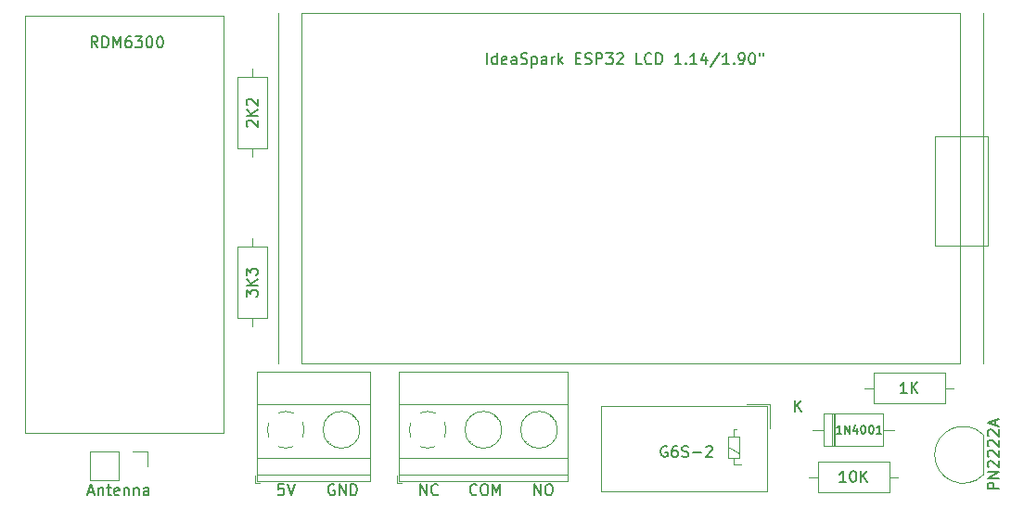
<source format=gbr>
%TF.GenerationSoftware,KiCad,Pcbnew,7.0.11+dfsg-1build4*%
%TF.CreationDate,2025-02-10T19:25:52-07:00*%
%TF.ProjectId,rfid-v2,72666964-2d76-4322-9e6b-696361645f70,rev?*%
%TF.SameCoordinates,Original*%
%TF.FileFunction,Legend,Top*%
%TF.FilePolarity,Positive*%
%FSLAX46Y46*%
G04 Gerber Fmt 4.6, Leading zero omitted, Abs format (unit mm)*
G04 Created by KiCad (PCBNEW 7.0.11+dfsg-1build4) date 2025-02-10 19:25:52*
%MOMM*%
%LPD*%
G01*
G04 APERTURE LIST*
%ADD10C,0.150000*%
%ADD11C,0.120000*%
%ADD12C,0.050000*%
%ADD13C,0.100000*%
G04 APERTURE END LIST*
D10*
X106461160Y-94326104D02*
X106937350Y-94326104D01*
X106365922Y-94611819D02*
X106699255Y-93611819D01*
X106699255Y-93611819D02*
X107032588Y-94611819D01*
X107365922Y-93945152D02*
X107365922Y-94611819D01*
X107365922Y-94040390D02*
X107413541Y-93992771D01*
X107413541Y-93992771D02*
X107508779Y-93945152D01*
X107508779Y-93945152D02*
X107651636Y-93945152D01*
X107651636Y-93945152D02*
X107746874Y-93992771D01*
X107746874Y-93992771D02*
X107794493Y-94088009D01*
X107794493Y-94088009D02*
X107794493Y-94611819D01*
X108127827Y-93945152D02*
X108508779Y-93945152D01*
X108270684Y-93611819D02*
X108270684Y-94468961D01*
X108270684Y-94468961D02*
X108318303Y-94564200D01*
X108318303Y-94564200D02*
X108413541Y-94611819D01*
X108413541Y-94611819D02*
X108508779Y-94611819D01*
X109223065Y-94564200D02*
X109127827Y-94611819D01*
X109127827Y-94611819D02*
X108937351Y-94611819D01*
X108937351Y-94611819D02*
X108842113Y-94564200D01*
X108842113Y-94564200D02*
X108794494Y-94468961D01*
X108794494Y-94468961D02*
X108794494Y-94088009D01*
X108794494Y-94088009D02*
X108842113Y-93992771D01*
X108842113Y-93992771D02*
X108937351Y-93945152D01*
X108937351Y-93945152D02*
X109127827Y-93945152D01*
X109127827Y-93945152D02*
X109223065Y-93992771D01*
X109223065Y-93992771D02*
X109270684Y-94088009D01*
X109270684Y-94088009D02*
X109270684Y-94183247D01*
X109270684Y-94183247D02*
X108794494Y-94278485D01*
X109699256Y-93945152D02*
X109699256Y-94611819D01*
X109699256Y-94040390D02*
X109746875Y-93992771D01*
X109746875Y-93992771D02*
X109842113Y-93945152D01*
X109842113Y-93945152D02*
X109984970Y-93945152D01*
X109984970Y-93945152D02*
X110080208Y-93992771D01*
X110080208Y-93992771D02*
X110127827Y-94088009D01*
X110127827Y-94088009D02*
X110127827Y-94611819D01*
X110604018Y-93945152D02*
X110604018Y-94611819D01*
X110604018Y-94040390D02*
X110651637Y-93992771D01*
X110651637Y-93992771D02*
X110746875Y-93945152D01*
X110746875Y-93945152D02*
X110889732Y-93945152D01*
X110889732Y-93945152D02*
X110984970Y-93992771D01*
X110984970Y-93992771D02*
X111032589Y-94088009D01*
X111032589Y-94088009D02*
X111032589Y-94611819D01*
X111937351Y-94611819D02*
X111937351Y-94088009D01*
X111937351Y-94088009D02*
X111889732Y-93992771D01*
X111889732Y-93992771D02*
X111794494Y-93945152D01*
X111794494Y-93945152D02*
X111604018Y-93945152D01*
X111604018Y-93945152D02*
X111508780Y-93992771D01*
X111937351Y-94564200D02*
X111842113Y-94611819D01*
X111842113Y-94611819D02*
X111604018Y-94611819D01*
X111604018Y-94611819D02*
X111508780Y-94564200D01*
X111508780Y-94564200D02*
X111461161Y-94468961D01*
X111461161Y-94468961D02*
X111461161Y-94373723D01*
X111461161Y-94373723D02*
X111508780Y-94278485D01*
X111508780Y-94278485D02*
X111604018Y-94230866D01*
X111604018Y-94230866D02*
X111842113Y-94230866D01*
X111842113Y-94230866D02*
X111937351Y-94183247D01*
X147148779Y-94611819D02*
X147148779Y-93611819D01*
X147148779Y-93611819D02*
X147720207Y-94611819D01*
X147720207Y-94611819D02*
X147720207Y-93611819D01*
X148386874Y-93611819D02*
X148577350Y-93611819D01*
X148577350Y-93611819D02*
X148672588Y-93659438D01*
X148672588Y-93659438D02*
X148767826Y-93754676D01*
X148767826Y-93754676D02*
X148815445Y-93945152D01*
X148815445Y-93945152D02*
X148815445Y-94278485D01*
X148815445Y-94278485D02*
X148767826Y-94468961D01*
X148767826Y-94468961D02*
X148672588Y-94564200D01*
X148672588Y-94564200D02*
X148577350Y-94611819D01*
X148577350Y-94611819D02*
X148386874Y-94611819D01*
X148386874Y-94611819D02*
X148291636Y-94564200D01*
X148291636Y-94564200D02*
X148196398Y-94468961D01*
X148196398Y-94468961D02*
X148148779Y-94278485D01*
X148148779Y-94278485D02*
X148148779Y-93945152D01*
X148148779Y-93945152D02*
X148196398Y-93754676D01*
X148196398Y-93754676D02*
X148291636Y-93659438D01*
X148291636Y-93659438D02*
X148386874Y-93611819D01*
X141878207Y-94516580D02*
X141830588Y-94564200D01*
X141830588Y-94564200D02*
X141687731Y-94611819D01*
X141687731Y-94611819D02*
X141592493Y-94611819D01*
X141592493Y-94611819D02*
X141449636Y-94564200D01*
X141449636Y-94564200D02*
X141354398Y-94468961D01*
X141354398Y-94468961D02*
X141306779Y-94373723D01*
X141306779Y-94373723D02*
X141259160Y-94183247D01*
X141259160Y-94183247D02*
X141259160Y-94040390D01*
X141259160Y-94040390D02*
X141306779Y-93849914D01*
X141306779Y-93849914D02*
X141354398Y-93754676D01*
X141354398Y-93754676D02*
X141449636Y-93659438D01*
X141449636Y-93659438D02*
X141592493Y-93611819D01*
X141592493Y-93611819D02*
X141687731Y-93611819D01*
X141687731Y-93611819D02*
X141830588Y-93659438D01*
X141830588Y-93659438D02*
X141878207Y-93707057D01*
X142497255Y-93611819D02*
X142687731Y-93611819D01*
X142687731Y-93611819D02*
X142782969Y-93659438D01*
X142782969Y-93659438D02*
X142878207Y-93754676D01*
X142878207Y-93754676D02*
X142925826Y-93945152D01*
X142925826Y-93945152D02*
X142925826Y-94278485D01*
X142925826Y-94278485D02*
X142878207Y-94468961D01*
X142878207Y-94468961D02*
X142782969Y-94564200D01*
X142782969Y-94564200D02*
X142687731Y-94611819D01*
X142687731Y-94611819D02*
X142497255Y-94611819D01*
X142497255Y-94611819D02*
X142402017Y-94564200D01*
X142402017Y-94564200D02*
X142306779Y-94468961D01*
X142306779Y-94468961D02*
X142259160Y-94278485D01*
X142259160Y-94278485D02*
X142259160Y-93945152D01*
X142259160Y-93945152D02*
X142306779Y-93754676D01*
X142306779Y-93754676D02*
X142402017Y-93659438D01*
X142402017Y-93659438D02*
X142497255Y-93611819D01*
X143354398Y-94611819D02*
X143354398Y-93611819D01*
X143354398Y-93611819D02*
X143687731Y-94326104D01*
X143687731Y-94326104D02*
X144021064Y-93611819D01*
X144021064Y-93611819D02*
X144021064Y-94611819D01*
X136734779Y-94611819D02*
X136734779Y-93611819D01*
X136734779Y-93611819D02*
X137306207Y-94611819D01*
X137306207Y-94611819D02*
X137306207Y-93611819D01*
X138353826Y-94516580D02*
X138306207Y-94564200D01*
X138306207Y-94564200D02*
X138163350Y-94611819D01*
X138163350Y-94611819D02*
X138068112Y-94611819D01*
X138068112Y-94611819D02*
X137925255Y-94564200D01*
X137925255Y-94564200D02*
X137830017Y-94468961D01*
X137830017Y-94468961D02*
X137782398Y-94373723D01*
X137782398Y-94373723D02*
X137734779Y-94183247D01*
X137734779Y-94183247D02*
X137734779Y-94040390D01*
X137734779Y-94040390D02*
X137782398Y-93849914D01*
X137782398Y-93849914D02*
X137830017Y-93754676D01*
X137830017Y-93754676D02*
X137925255Y-93659438D01*
X137925255Y-93659438D02*
X138068112Y-93611819D01*
X138068112Y-93611819D02*
X138163350Y-93611819D01*
X138163350Y-93611819D02*
X138306207Y-93659438D01*
X138306207Y-93659438D02*
X138353826Y-93707057D01*
X142830779Y-55241819D02*
X142830779Y-54241819D01*
X143735540Y-55241819D02*
X143735540Y-54241819D01*
X143735540Y-55194200D02*
X143640302Y-55241819D01*
X143640302Y-55241819D02*
X143449826Y-55241819D01*
X143449826Y-55241819D02*
X143354588Y-55194200D01*
X143354588Y-55194200D02*
X143306969Y-55146580D01*
X143306969Y-55146580D02*
X143259350Y-55051342D01*
X143259350Y-55051342D02*
X143259350Y-54765628D01*
X143259350Y-54765628D02*
X143306969Y-54670390D01*
X143306969Y-54670390D02*
X143354588Y-54622771D01*
X143354588Y-54622771D02*
X143449826Y-54575152D01*
X143449826Y-54575152D02*
X143640302Y-54575152D01*
X143640302Y-54575152D02*
X143735540Y-54622771D01*
X144592683Y-55194200D02*
X144497445Y-55241819D01*
X144497445Y-55241819D02*
X144306969Y-55241819D01*
X144306969Y-55241819D02*
X144211731Y-55194200D01*
X144211731Y-55194200D02*
X144164112Y-55098961D01*
X144164112Y-55098961D02*
X144164112Y-54718009D01*
X144164112Y-54718009D02*
X144211731Y-54622771D01*
X144211731Y-54622771D02*
X144306969Y-54575152D01*
X144306969Y-54575152D02*
X144497445Y-54575152D01*
X144497445Y-54575152D02*
X144592683Y-54622771D01*
X144592683Y-54622771D02*
X144640302Y-54718009D01*
X144640302Y-54718009D02*
X144640302Y-54813247D01*
X144640302Y-54813247D02*
X144164112Y-54908485D01*
X145497445Y-55241819D02*
X145497445Y-54718009D01*
X145497445Y-54718009D02*
X145449826Y-54622771D01*
X145449826Y-54622771D02*
X145354588Y-54575152D01*
X145354588Y-54575152D02*
X145164112Y-54575152D01*
X145164112Y-54575152D02*
X145068874Y-54622771D01*
X145497445Y-55194200D02*
X145402207Y-55241819D01*
X145402207Y-55241819D02*
X145164112Y-55241819D01*
X145164112Y-55241819D02*
X145068874Y-55194200D01*
X145068874Y-55194200D02*
X145021255Y-55098961D01*
X145021255Y-55098961D02*
X145021255Y-55003723D01*
X145021255Y-55003723D02*
X145068874Y-54908485D01*
X145068874Y-54908485D02*
X145164112Y-54860866D01*
X145164112Y-54860866D02*
X145402207Y-54860866D01*
X145402207Y-54860866D02*
X145497445Y-54813247D01*
X145926017Y-55194200D02*
X146068874Y-55241819D01*
X146068874Y-55241819D02*
X146306969Y-55241819D01*
X146306969Y-55241819D02*
X146402207Y-55194200D01*
X146402207Y-55194200D02*
X146449826Y-55146580D01*
X146449826Y-55146580D02*
X146497445Y-55051342D01*
X146497445Y-55051342D02*
X146497445Y-54956104D01*
X146497445Y-54956104D02*
X146449826Y-54860866D01*
X146449826Y-54860866D02*
X146402207Y-54813247D01*
X146402207Y-54813247D02*
X146306969Y-54765628D01*
X146306969Y-54765628D02*
X146116493Y-54718009D01*
X146116493Y-54718009D02*
X146021255Y-54670390D01*
X146021255Y-54670390D02*
X145973636Y-54622771D01*
X145973636Y-54622771D02*
X145926017Y-54527533D01*
X145926017Y-54527533D02*
X145926017Y-54432295D01*
X145926017Y-54432295D02*
X145973636Y-54337057D01*
X145973636Y-54337057D02*
X146021255Y-54289438D01*
X146021255Y-54289438D02*
X146116493Y-54241819D01*
X146116493Y-54241819D02*
X146354588Y-54241819D01*
X146354588Y-54241819D02*
X146497445Y-54289438D01*
X146926017Y-54575152D02*
X146926017Y-55575152D01*
X146926017Y-54622771D02*
X147021255Y-54575152D01*
X147021255Y-54575152D02*
X147211731Y-54575152D01*
X147211731Y-54575152D02*
X147306969Y-54622771D01*
X147306969Y-54622771D02*
X147354588Y-54670390D01*
X147354588Y-54670390D02*
X147402207Y-54765628D01*
X147402207Y-54765628D02*
X147402207Y-55051342D01*
X147402207Y-55051342D02*
X147354588Y-55146580D01*
X147354588Y-55146580D02*
X147306969Y-55194200D01*
X147306969Y-55194200D02*
X147211731Y-55241819D01*
X147211731Y-55241819D02*
X147021255Y-55241819D01*
X147021255Y-55241819D02*
X146926017Y-55194200D01*
X148259350Y-55241819D02*
X148259350Y-54718009D01*
X148259350Y-54718009D02*
X148211731Y-54622771D01*
X148211731Y-54622771D02*
X148116493Y-54575152D01*
X148116493Y-54575152D02*
X147926017Y-54575152D01*
X147926017Y-54575152D02*
X147830779Y-54622771D01*
X148259350Y-55194200D02*
X148164112Y-55241819D01*
X148164112Y-55241819D02*
X147926017Y-55241819D01*
X147926017Y-55241819D02*
X147830779Y-55194200D01*
X147830779Y-55194200D02*
X147783160Y-55098961D01*
X147783160Y-55098961D02*
X147783160Y-55003723D01*
X147783160Y-55003723D02*
X147830779Y-54908485D01*
X147830779Y-54908485D02*
X147926017Y-54860866D01*
X147926017Y-54860866D02*
X148164112Y-54860866D01*
X148164112Y-54860866D02*
X148259350Y-54813247D01*
X148735541Y-55241819D02*
X148735541Y-54575152D01*
X148735541Y-54765628D02*
X148783160Y-54670390D01*
X148783160Y-54670390D02*
X148830779Y-54622771D01*
X148830779Y-54622771D02*
X148926017Y-54575152D01*
X148926017Y-54575152D02*
X149021255Y-54575152D01*
X149354589Y-55241819D02*
X149354589Y-54241819D01*
X149449827Y-54860866D02*
X149735541Y-55241819D01*
X149735541Y-54575152D02*
X149354589Y-54956104D01*
X150926018Y-54718009D02*
X151259351Y-54718009D01*
X151402208Y-55241819D02*
X150926018Y-55241819D01*
X150926018Y-55241819D02*
X150926018Y-54241819D01*
X150926018Y-54241819D02*
X151402208Y-54241819D01*
X151783161Y-55194200D02*
X151926018Y-55241819D01*
X151926018Y-55241819D02*
X152164113Y-55241819D01*
X152164113Y-55241819D02*
X152259351Y-55194200D01*
X152259351Y-55194200D02*
X152306970Y-55146580D01*
X152306970Y-55146580D02*
X152354589Y-55051342D01*
X152354589Y-55051342D02*
X152354589Y-54956104D01*
X152354589Y-54956104D02*
X152306970Y-54860866D01*
X152306970Y-54860866D02*
X152259351Y-54813247D01*
X152259351Y-54813247D02*
X152164113Y-54765628D01*
X152164113Y-54765628D02*
X151973637Y-54718009D01*
X151973637Y-54718009D02*
X151878399Y-54670390D01*
X151878399Y-54670390D02*
X151830780Y-54622771D01*
X151830780Y-54622771D02*
X151783161Y-54527533D01*
X151783161Y-54527533D02*
X151783161Y-54432295D01*
X151783161Y-54432295D02*
X151830780Y-54337057D01*
X151830780Y-54337057D02*
X151878399Y-54289438D01*
X151878399Y-54289438D02*
X151973637Y-54241819D01*
X151973637Y-54241819D02*
X152211732Y-54241819D01*
X152211732Y-54241819D02*
X152354589Y-54289438D01*
X152783161Y-55241819D02*
X152783161Y-54241819D01*
X152783161Y-54241819D02*
X153164113Y-54241819D01*
X153164113Y-54241819D02*
X153259351Y-54289438D01*
X153259351Y-54289438D02*
X153306970Y-54337057D01*
X153306970Y-54337057D02*
X153354589Y-54432295D01*
X153354589Y-54432295D02*
X153354589Y-54575152D01*
X153354589Y-54575152D02*
X153306970Y-54670390D01*
X153306970Y-54670390D02*
X153259351Y-54718009D01*
X153259351Y-54718009D02*
X153164113Y-54765628D01*
X153164113Y-54765628D02*
X152783161Y-54765628D01*
X153687923Y-54241819D02*
X154306970Y-54241819D01*
X154306970Y-54241819D02*
X153973637Y-54622771D01*
X153973637Y-54622771D02*
X154116494Y-54622771D01*
X154116494Y-54622771D02*
X154211732Y-54670390D01*
X154211732Y-54670390D02*
X154259351Y-54718009D01*
X154259351Y-54718009D02*
X154306970Y-54813247D01*
X154306970Y-54813247D02*
X154306970Y-55051342D01*
X154306970Y-55051342D02*
X154259351Y-55146580D01*
X154259351Y-55146580D02*
X154211732Y-55194200D01*
X154211732Y-55194200D02*
X154116494Y-55241819D01*
X154116494Y-55241819D02*
X153830780Y-55241819D01*
X153830780Y-55241819D02*
X153735542Y-55194200D01*
X153735542Y-55194200D02*
X153687923Y-55146580D01*
X154687923Y-54337057D02*
X154735542Y-54289438D01*
X154735542Y-54289438D02*
X154830780Y-54241819D01*
X154830780Y-54241819D02*
X155068875Y-54241819D01*
X155068875Y-54241819D02*
X155164113Y-54289438D01*
X155164113Y-54289438D02*
X155211732Y-54337057D01*
X155211732Y-54337057D02*
X155259351Y-54432295D01*
X155259351Y-54432295D02*
X155259351Y-54527533D01*
X155259351Y-54527533D02*
X155211732Y-54670390D01*
X155211732Y-54670390D02*
X154640304Y-55241819D01*
X154640304Y-55241819D02*
X155259351Y-55241819D01*
X156926018Y-55241819D02*
X156449828Y-55241819D01*
X156449828Y-55241819D02*
X156449828Y-54241819D01*
X157830780Y-55146580D02*
X157783161Y-55194200D01*
X157783161Y-55194200D02*
X157640304Y-55241819D01*
X157640304Y-55241819D02*
X157545066Y-55241819D01*
X157545066Y-55241819D02*
X157402209Y-55194200D01*
X157402209Y-55194200D02*
X157306971Y-55098961D01*
X157306971Y-55098961D02*
X157259352Y-55003723D01*
X157259352Y-55003723D02*
X157211733Y-54813247D01*
X157211733Y-54813247D02*
X157211733Y-54670390D01*
X157211733Y-54670390D02*
X157259352Y-54479914D01*
X157259352Y-54479914D02*
X157306971Y-54384676D01*
X157306971Y-54384676D02*
X157402209Y-54289438D01*
X157402209Y-54289438D02*
X157545066Y-54241819D01*
X157545066Y-54241819D02*
X157640304Y-54241819D01*
X157640304Y-54241819D02*
X157783161Y-54289438D01*
X157783161Y-54289438D02*
X157830780Y-54337057D01*
X158259352Y-55241819D02*
X158259352Y-54241819D01*
X158259352Y-54241819D02*
X158497447Y-54241819D01*
X158497447Y-54241819D02*
X158640304Y-54289438D01*
X158640304Y-54289438D02*
X158735542Y-54384676D01*
X158735542Y-54384676D02*
X158783161Y-54479914D01*
X158783161Y-54479914D02*
X158830780Y-54670390D01*
X158830780Y-54670390D02*
X158830780Y-54813247D01*
X158830780Y-54813247D02*
X158783161Y-55003723D01*
X158783161Y-55003723D02*
X158735542Y-55098961D01*
X158735542Y-55098961D02*
X158640304Y-55194200D01*
X158640304Y-55194200D02*
X158497447Y-55241819D01*
X158497447Y-55241819D02*
X158259352Y-55241819D01*
X160545066Y-55241819D02*
X159973638Y-55241819D01*
X160259352Y-55241819D02*
X160259352Y-54241819D01*
X160259352Y-54241819D02*
X160164114Y-54384676D01*
X160164114Y-54384676D02*
X160068876Y-54479914D01*
X160068876Y-54479914D02*
X159973638Y-54527533D01*
X160973638Y-55146580D02*
X161021257Y-55194200D01*
X161021257Y-55194200D02*
X160973638Y-55241819D01*
X160973638Y-55241819D02*
X160926019Y-55194200D01*
X160926019Y-55194200D02*
X160973638Y-55146580D01*
X160973638Y-55146580D02*
X160973638Y-55241819D01*
X161973637Y-55241819D02*
X161402209Y-55241819D01*
X161687923Y-55241819D02*
X161687923Y-54241819D01*
X161687923Y-54241819D02*
X161592685Y-54384676D01*
X161592685Y-54384676D02*
X161497447Y-54479914D01*
X161497447Y-54479914D02*
X161402209Y-54527533D01*
X162830780Y-54575152D02*
X162830780Y-55241819D01*
X162592685Y-54194200D02*
X162354590Y-54908485D01*
X162354590Y-54908485D02*
X162973637Y-54908485D01*
X164068875Y-54194200D02*
X163211733Y-55479914D01*
X164926018Y-55241819D02*
X164354590Y-55241819D01*
X164640304Y-55241819D02*
X164640304Y-54241819D01*
X164640304Y-54241819D02*
X164545066Y-54384676D01*
X164545066Y-54384676D02*
X164449828Y-54479914D01*
X164449828Y-54479914D02*
X164354590Y-54527533D01*
X165354590Y-55146580D02*
X165402209Y-55194200D01*
X165402209Y-55194200D02*
X165354590Y-55241819D01*
X165354590Y-55241819D02*
X165306971Y-55194200D01*
X165306971Y-55194200D02*
X165354590Y-55146580D01*
X165354590Y-55146580D02*
X165354590Y-55241819D01*
X165878399Y-55241819D02*
X166068875Y-55241819D01*
X166068875Y-55241819D02*
X166164113Y-55194200D01*
X166164113Y-55194200D02*
X166211732Y-55146580D01*
X166211732Y-55146580D02*
X166306970Y-55003723D01*
X166306970Y-55003723D02*
X166354589Y-54813247D01*
X166354589Y-54813247D02*
X166354589Y-54432295D01*
X166354589Y-54432295D02*
X166306970Y-54337057D01*
X166306970Y-54337057D02*
X166259351Y-54289438D01*
X166259351Y-54289438D02*
X166164113Y-54241819D01*
X166164113Y-54241819D02*
X165973637Y-54241819D01*
X165973637Y-54241819D02*
X165878399Y-54289438D01*
X165878399Y-54289438D02*
X165830780Y-54337057D01*
X165830780Y-54337057D02*
X165783161Y-54432295D01*
X165783161Y-54432295D02*
X165783161Y-54670390D01*
X165783161Y-54670390D02*
X165830780Y-54765628D01*
X165830780Y-54765628D02*
X165878399Y-54813247D01*
X165878399Y-54813247D02*
X165973637Y-54860866D01*
X165973637Y-54860866D02*
X166164113Y-54860866D01*
X166164113Y-54860866D02*
X166259351Y-54813247D01*
X166259351Y-54813247D02*
X166306970Y-54765628D01*
X166306970Y-54765628D02*
X166354589Y-54670390D01*
X166973637Y-54241819D02*
X167068875Y-54241819D01*
X167068875Y-54241819D02*
X167164113Y-54289438D01*
X167164113Y-54289438D02*
X167211732Y-54337057D01*
X167211732Y-54337057D02*
X167259351Y-54432295D01*
X167259351Y-54432295D02*
X167306970Y-54622771D01*
X167306970Y-54622771D02*
X167306970Y-54860866D01*
X167306970Y-54860866D02*
X167259351Y-55051342D01*
X167259351Y-55051342D02*
X167211732Y-55146580D01*
X167211732Y-55146580D02*
X167164113Y-55194200D01*
X167164113Y-55194200D02*
X167068875Y-55241819D01*
X167068875Y-55241819D02*
X166973637Y-55241819D01*
X166973637Y-55241819D02*
X166878399Y-55194200D01*
X166878399Y-55194200D02*
X166830780Y-55146580D01*
X166830780Y-55146580D02*
X166783161Y-55051342D01*
X166783161Y-55051342D02*
X166735542Y-54860866D01*
X166735542Y-54860866D02*
X166735542Y-54622771D01*
X166735542Y-54622771D02*
X166783161Y-54432295D01*
X166783161Y-54432295D02*
X166830780Y-54337057D01*
X166830780Y-54337057D02*
X166878399Y-54289438D01*
X166878399Y-54289438D02*
X166973637Y-54241819D01*
X167687923Y-54241819D02*
X167687923Y-54432295D01*
X168068875Y-54241819D02*
X168068875Y-54432295D01*
X128876588Y-93659438D02*
X128781350Y-93611819D01*
X128781350Y-93611819D02*
X128638493Y-93611819D01*
X128638493Y-93611819D02*
X128495636Y-93659438D01*
X128495636Y-93659438D02*
X128400398Y-93754676D01*
X128400398Y-93754676D02*
X128352779Y-93849914D01*
X128352779Y-93849914D02*
X128305160Y-94040390D01*
X128305160Y-94040390D02*
X128305160Y-94183247D01*
X128305160Y-94183247D02*
X128352779Y-94373723D01*
X128352779Y-94373723D02*
X128400398Y-94468961D01*
X128400398Y-94468961D02*
X128495636Y-94564200D01*
X128495636Y-94564200D02*
X128638493Y-94611819D01*
X128638493Y-94611819D02*
X128733731Y-94611819D01*
X128733731Y-94611819D02*
X128876588Y-94564200D01*
X128876588Y-94564200D02*
X128924207Y-94516580D01*
X128924207Y-94516580D02*
X128924207Y-94183247D01*
X128924207Y-94183247D02*
X128733731Y-94183247D01*
X129352779Y-94611819D02*
X129352779Y-93611819D01*
X129352779Y-93611819D02*
X129924207Y-94611819D01*
X129924207Y-94611819D02*
X129924207Y-93611819D01*
X130400398Y-94611819D02*
X130400398Y-93611819D01*
X130400398Y-93611819D02*
X130638493Y-93611819D01*
X130638493Y-93611819D02*
X130781350Y-93659438D01*
X130781350Y-93659438D02*
X130876588Y-93754676D01*
X130876588Y-93754676D02*
X130924207Y-93849914D01*
X130924207Y-93849914D02*
X130971826Y-94040390D01*
X130971826Y-94040390D02*
X130971826Y-94183247D01*
X130971826Y-94183247D02*
X130924207Y-94373723D01*
X130924207Y-94373723D02*
X130876588Y-94468961D01*
X130876588Y-94468961D02*
X130781350Y-94564200D01*
X130781350Y-94564200D02*
X130638493Y-94611819D01*
X130638493Y-94611819D02*
X130400398Y-94611819D01*
X124256969Y-93611819D02*
X123780779Y-93611819D01*
X123780779Y-93611819D02*
X123733160Y-94088009D01*
X123733160Y-94088009D02*
X123780779Y-94040390D01*
X123780779Y-94040390D02*
X123876017Y-93992771D01*
X123876017Y-93992771D02*
X124114112Y-93992771D01*
X124114112Y-93992771D02*
X124209350Y-94040390D01*
X124209350Y-94040390D02*
X124256969Y-94088009D01*
X124256969Y-94088009D02*
X124304588Y-94183247D01*
X124304588Y-94183247D02*
X124304588Y-94421342D01*
X124304588Y-94421342D02*
X124256969Y-94516580D01*
X124256969Y-94516580D02*
X124209350Y-94564200D01*
X124209350Y-94564200D02*
X124114112Y-94611819D01*
X124114112Y-94611819D02*
X123876017Y-94611819D01*
X123876017Y-94611819D02*
X123780779Y-94564200D01*
X123780779Y-94564200D02*
X123733160Y-94516580D01*
X124590303Y-93611819D02*
X124923636Y-94611819D01*
X124923636Y-94611819D02*
X125256969Y-93611819D01*
X181141714Y-85290819D02*
X180570286Y-85290819D01*
X180856000Y-85290819D02*
X180856000Y-84290819D01*
X180856000Y-84290819D02*
X180760762Y-84433676D01*
X180760762Y-84433676D02*
X180665524Y-84528914D01*
X180665524Y-84528914D02*
X180570286Y-84576533D01*
X181570286Y-85290819D02*
X181570286Y-84290819D01*
X182141714Y-85290819D02*
X181713143Y-84719390D01*
X182141714Y-84290819D02*
X181570286Y-84862247D01*
X175176856Y-88985164D02*
X174748285Y-88985164D01*
X174962570Y-88985164D02*
X174962570Y-88235164D01*
X174962570Y-88235164D02*
X174891142Y-88342307D01*
X174891142Y-88342307D02*
X174819713Y-88413735D01*
X174819713Y-88413735D02*
X174748285Y-88449450D01*
X175498285Y-88985164D02*
X175498285Y-88235164D01*
X175498285Y-88235164D02*
X175926856Y-88985164D01*
X175926856Y-88985164D02*
X175926856Y-88235164D01*
X176605428Y-88485164D02*
X176605428Y-88985164D01*
X176426856Y-88199450D02*
X176248285Y-88735164D01*
X176248285Y-88735164D02*
X176712570Y-88735164D01*
X177141142Y-88235164D02*
X177212571Y-88235164D01*
X177212571Y-88235164D02*
X177283999Y-88270878D01*
X177283999Y-88270878D02*
X177319714Y-88306592D01*
X177319714Y-88306592D02*
X177355428Y-88378021D01*
X177355428Y-88378021D02*
X177391142Y-88520878D01*
X177391142Y-88520878D02*
X177391142Y-88699450D01*
X177391142Y-88699450D02*
X177355428Y-88842307D01*
X177355428Y-88842307D02*
X177319714Y-88913735D01*
X177319714Y-88913735D02*
X177283999Y-88949450D01*
X177283999Y-88949450D02*
X177212571Y-88985164D01*
X177212571Y-88985164D02*
X177141142Y-88985164D01*
X177141142Y-88985164D02*
X177069714Y-88949450D01*
X177069714Y-88949450D02*
X177033999Y-88913735D01*
X177033999Y-88913735D02*
X176998285Y-88842307D01*
X176998285Y-88842307D02*
X176962571Y-88699450D01*
X176962571Y-88699450D02*
X176962571Y-88520878D01*
X176962571Y-88520878D02*
X176998285Y-88378021D01*
X176998285Y-88378021D02*
X177033999Y-88306592D01*
X177033999Y-88306592D02*
X177069714Y-88270878D01*
X177069714Y-88270878D02*
X177141142Y-88235164D01*
X177855428Y-88235164D02*
X177926857Y-88235164D01*
X177926857Y-88235164D02*
X177998285Y-88270878D01*
X177998285Y-88270878D02*
X178034000Y-88306592D01*
X178034000Y-88306592D02*
X178069714Y-88378021D01*
X178069714Y-88378021D02*
X178105428Y-88520878D01*
X178105428Y-88520878D02*
X178105428Y-88699450D01*
X178105428Y-88699450D02*
X178069714Y-88842307D01*
X178069714Y-88842307D02*
X178034000Y-88913735D01*
X178034000Y-88913735D02*
X177998285Y-88949450D01*
X177998285Y-88949450D02*
X177926857Y-88985164D01*
X177926857Y-88985164D02*
X177855428Y-88985164D01*
X177855428Y-88985164D02*
X177784000Y-88949450D01*
X177784000Y-88949450D02*
X177748285Y-88913735D01*
X177748285Y-88913735D02*
X177712571Y-88842307D01*
X177712571Y-88842307D02*
X177676857Y-88699450D01*
X177676857Y-88699450D02*
X177676857Y-88520878D01*
X177676857Y-88520878D02*
X177712571Y-88378021D01*
X177712571Y-88378021D02*
X177748285Y-88306592D01*
X177748285Y-88306592D02*
X177784000Y-88270878D01*
X177784000Y-88270878D02*
X177855428Y-88235164D01*
X178819714Y-88985164D02*
X178391143Y-88985164D01*
X178605428Y-88985164D02*
X178605428Y-88235164D01*
X178605428Y-88235164D02*
X178534000Y-88342307D01*
X178534000Y-88342307D02*
X178462571Y-88413735D01*
X178462571Y-88413735D02*
X178391143Y-88449450D01*
X170934095Y-87000819D02*
X170934095Y-86000819D01*
X171505523Y-87000819D02*
X171076952Y-86429390D01*
X171505523Y-86000819D02*
X170934095Y-86572247D01*
X120866819Y-76493523D02*
X120866819Y-75874476D01*
X120866819Y-75874476D02*
X121247771Y-76207809D01*
X121247771Y-76207809D02*
X121247771Y-76064952D01*
X121247771Y-76064952D02*
X121295390Y-75969714D01*
X121295390Y-75969714D02*
X121343009Y-75922095D01*
X121343009Y-75922095D02*
X121438247Y-75874476D01*
X121438247Y-75874476D02*
X121676342Y-75874476D01*
X121676342Y-75874476D02*
X121771580Y-75922095D01*
X121771580Y-75922095D02*
X121819200Y-75969714D01*
X121819200Y-75969714D02*
X121866819Y-76064952D01*
X121866819Y-76064952D02*
X121866819Y-76350666D01*
X121866819Y-76350666D02*
X121819200Y-76445904D01*
X121819200Y-76445904D02*
X121771580Y-76493523D01*
X121866819Y-75445904D02*
X120866819Y-75445904D01*
X121866819Y-74874476D02*
X121295390Y-75303047D01*
X120866819Y-74874476D02*
X121438247Y-75445904D01*
X120866819Y-74541142D02*
X120866819Y-73922095D01*
X120866819Y-73922095D02*
X121247771Y-74255428D01*
X121247771Y-74255428D02*
X121247771Y-74112571D01*
X121247771Y-74112571D02*
X121295390Y-74017333D01*
X121295390Y-74017333D02*
X121343009Y-73969714D01*
X121343009Y-73969714D02*
X121438247Y-73922095D01*
X121438247Y-73922095D02*
X121676342Y-73922095D01*
X121676342Y-73922095D02*
X121771580Y-73969714D01*
X121771580Y-73969714D02*
X121819200Y-74017333D01*
X121819200Y-74017333D02*
X121866819Y-74112571D01*
X121866819Y-74112571D02*
X121866819Y-74398285D01*
X121866819Y-74398285D02*
X121819200Y-74493523D01*
X121819200Y-74493523D02*
X121771580Y-74541142D01*
X189532819Y-94051047D02*
X188532819Y-94051047D01*
X188532819Y-94051047D02*
X188532819Y-93670095D01*
X188532819Y-93670095D02*
X188580438Y-93574857D01*
X188580438Y-93574857D02*
X188628057Y-93527238D01*
X188628057Y-93527238D02*
X188723295Y-93479619D01*
X188723295Y-93479619D02*
X188866152Y-93479619D01*
X188866152Y-93479619D02*
X188961390Y-93527238D01*
X188961390Y-93527238D02*
X189009009Y-93574857D01*
X189009009Y-93574857D02*
X189056628Y-93670095D01*
X189056628Y-93670095D02*
X189056628Y-94051047D01*
X189532819Y-93051047D02*
X188532819Y-93051047D01*
X188532819Y-93051047D02*
X189532819Y-92479619D01*
X189532819Y-92479619D02*
X188532819Y-92479619D01*
X188628057Y-92051047D02*
X188580438Y-92003428D01*
X188580438Y-92003428D02*
X188532819Y-91908190D01*
X188532819Y-91908190D02*
X188532819Y-91670095D01*
X188532819Y-91670095D02*
X188580438Y-91574857D01*
X188580438Y-91574857D02*
X188628057Y-91527238D01*
X188628057Y-91527238D02*
X188723295Y-91479619D01*
X188723295Y-91479619D02*
X188818533Y-91479619D01*
X188818533Y-91479619D02*
X188961390Y-91527238D01*
X188961390Y-91527238D02*
X189532819Y-92098666D01*
X189532819Y-92098666D02*
X189532819Y-91479619D01*
X188628057Y-91098666D02*
X188580438Y-91051047D01*
X188580438Y-91051047D02*
X188532819Y-90955809D01*
X188532819Y-90955809D02*
X188532819Y-90717714D01*
X188532819Y-90717714D02*
X188580438Y-90622476D01*
X188580438Y-90622476D02*
X188628057Y-90574857D01*
X188628057Y-90574857D02*
X188723295Y-90527238D01*
X188723295Y-90527238D02*
X188818533Y-90527238D01*
X188818533Y-90527238D02*
X188961390Y-90574857D01*
X188961390Y-90574857D02*
X189532819Y-91146285D01*
X189532819Y-91146285D02*
X189532819Y-90527238D01*
X188628057Y-90146285D02*
X188580438Y-90098666D01*
X188580438Y-90098666D02*
X188532819Y-90003428D01*
X188532819Y-90003428D02*
X188532819Y-89765333D01*
X188532819Y-89765333D02*
X188580438Y-89670095D01*
X188580438Y-89670095D02*
X188628057Y-89622476D01*
X188628057Y-89622476D02*
X188723295Y-89574857D01*
X188723295Y-89574857D02*
X188818533Y-89574857D01*
X188818533Y-89574857D02*
X188961390Y-89622476D01*
X188961390Y-89622476D02*
X189532819Y-90193904D01*
X189532819Y-90193904D02*
X189532819Y-89574857D01*
X188628057Y-89193904D02*
X188580438Y-89146285D01*
X188580438Y-89146285D02*
X188532819Y-89051047D01*
X188532819Y-89051047D02*
X188532819Y-88812952D01*
X188532819Y-88812952D02*
X188580438Y-88717714D01*
X188580438Y-88717714D02*
X188628057Y-88670095D01*
X188628057Y-88670095D02*
X188723295Y-88622476D01*
X188723295Y-88622476D02*
X188818533Y-88622476D01*
X188818533Y-88622476D02*
X188961390Y-88670095D01*
X188961390Y-88670095D02*
X189532819Y-89241523D01*
X189532819Y-89241523D02*
X189532819Y-88622476D01*
X189247104Y-88241523D02*
X189247104Y-87765333D01*
X189532819Y-88336761D02*
X188532819Y-88003428D01*
X188532819Y-88003428D02*
X189532819Y-87670095D01*
X175585523Y-93418819D02*
X175014095Y-93418819D01*
X175299809Y-93418819D02*
X175299809Y-92418819D01*
X175299809Y-92418819D02*
X175204571Y-92561676D01*
X175204571Y-92561676D02*
X175109333Y-92656914D01*
X175109333Y-92656914D02*
X175014095Y-92704533D01*
X176204571Y-92418819D02*
X176299809Y-92418819D01*
X176299809Y-92418819D02*
X176395047Y-92466438D01*
X176395047Y-92466438D02*
X176442666Y-92514057D01*
X176442666Y-92514057D02*
X176490285Y-92609295D01*
X176490285Y-92609295D02*
X176537904Y-92799771D01*
X176537904Y-92799771D02*
X176537904Y-93037866D01*
X176537904Y-93037866D02*
X176490285Y-93228342D01*
X176490285Y-93228342D02*
X176442666Y-93323580D01*
X176442666Y-93323580D02*
X176395047Y-93371200D01*
X176395047Y-93371200D02*
X176299809Y-93418819D01*
X176299809Y-93418819D02*
X176204571Y-93418819D01*
X176204571Y-93418819D02*
X176109333Y-93371200D01*
X176109333Y-93371200D02*
X176061714Y-93323580D01*
X176061714Y-93323580D02*
X176014095Y-93228342D01*
X176014095Y-93228342D02*
X175966476Y-93037866D01*
X175966476Y-93037866D02*
X175966476Y-92799771D01*
X175966476Y-92799771D02*
X176014095Y-92609295D01*
X176014095Y-92609295D02*
X176061714Y-92514057D01*
X176061714Y-92514057D02*
X176109333Y-92466438D01*
X176109333Y-92466438D02*
X176204571Y-92418819D01*
X176966476Y-93418819D02*
X176966476Y-92418819D01*
X177537904Y-93418819D02*
X177109333Y-92847390D01*
X177537904Y-92418819D02*
X176966476Y-92990247D01*
X107296458Y-53717819D02*
X106963125Y-53241628D01*
X106725030Y-53717819D02*
X106725030Y-52717819D01*
X106725030Y-52717819D02*
X107105982Y-52717819D01*
X107105982Y-52717819D02*
X107201220Y-52765438D01*
X107201220Y-52765438D02*
X107248839Y-52813057D01*
X107248839Y-52813057D02*
X107296458Y-52908295D01*
X107296458Y-52908295D02*
X107296458Y-53051152D01*
X107296458Y-53051152D02*
X107248839Y-53146390D01*
X107248839Y-53146390D02*
X107201220Y-53194009D01*
X107201220Y-53194009D02*
X107105982Y-53241628D01*
X107105982Y-53241628D02*
X106725030Y-53241628D01*
X107725030Y-53717819D02*
X107725030Y-52717819D01*
X107725030Y-52717819D02*
X107963125Y-52717819D01*
X107963125Y-52717819D02*
X108105982Y-52765438D01*
X108105982Y-52765438D02*
X108201220Y-52860676D01*
X108201220Y-52860676D02*
X108248839Y-52955914D01*
X108248839Y-52955914D02*
X108296458Y-53146390D01*
X108296458Y-53146390D02*
X108296458Y-53289247D01*
X108296458Y-53289247D02*
X108248839Y-53479723D01*
X108248839Y-53479723D02*
X108201220Y-53574961D01*
X108201220Y-53574961D02*
X108105982Y-53670200D01*
X108105982Y-53670200D02*
X107963125Y-53717819D01*
X107963125Y-53717819D02*
X107725030Y-53717819D01*
X108725030Y-53717819D02*
X108725030Y-52717819D01*
X108725030Y-52717819D02*
X109058363Y-53432104D01*
X109058363Y-53432104D02*
X109391696Y-52717819D01*
X109391696Y-52717819D02*
X109391696Y-53717819D01*
X110296458Y-52717819D02*
X110105982Y-52717819D01*
X110105982Y-52717819D02*
X110010744Y-52765438D01*
X110010744Y-52765438D02*
X109963125Y-52813057D01*
X109963125Y-52813057D02*
X109867887Y-52955914D01*
X109867887Y-52955914D02*
X109820268Y-53146390D01*
X109820268Y-53146390D02*
X109820268Y-53527342D01*
X109820268Y-53527342D02*
X109867887Y-53622580D01*
X109867887Y-53622580D02*
X109915506Y-53670200D01*
X109915506Y-53670200D02*
X110010744Y-53717819D01*
X110010744Y-53717819D02*
X110201220Y-53717819D01*
X110201220Y-53717819D02*
X110296458Y-53670200D01*
X110296458Y-53670200D02*
X110344077Y-53622580D01*
X110344077Y-53622580D02*
X110391696Y-53527342D01*
X110391696Y-53527342D02*
X110391696Y-53289247D01*
X110391696Y-53289247D02*
X110344077Y-53194009D01*
X110344077Y-53194009D02*
X110296458Y-53146390D01*
X110296458Y-53146390D02*
X110201220Y-53098771D01*
X110201220Y-53098771D02*
X110010744Y-53098771D01*
X110010744Y-53098771D02*
X109915506Y-53146390D01*
X109915506Y-53146390D02*
X109867887Y-53194009D01*
X109867887Y-53194009D02*
X109820268Y-53289247D01*
X110725030Y-52717819D02*
X111344077Y-52717819D01*
X111344077Y-52717819D02*
X111010744Y-53098771D01*
X111010744Y-53098771D02*
X111153601Y-53098771D01*
X111153601Y-53098771D02*
X111248839Y-53146390D01*
X111248839Y-53146390D02*
X111296458Y-53194009D01*
X111296458Y-53194009D02*
X111344077Y-53289247D01*
X111344077Y-53289247D02*
X111344077Y-53527342D01*
X111344077Y-53527342D02*
X111296458Y-53622580D01*
X111296458Y-53622580D02*
X111248839Y-53670200D01*
X111248839Y-53670200D02*
X111153601Y-53717819D01*
X111153601Y-53717819D02*
X110867887Y-53717819D01*
X110867887Y-53717819D02*
X110772649Y-53670200D01*
X110772649Y-53670200D02*
X110725030Y-53622580D01*
X111963125Y-52717819D02*
X112058363Y-52717819D01*
X112058363Y-52717819D02*
X112153601Y-52765438D01*
X112153601Y-52765438D02*
X112201220Y-52813057D01*
X112201220Y-52813057D02*
X112248839Y-52908295D01*
X112248839Y-52908295D02*
X112296458Y-53098771D01*
X112296458Y-53098771D02*
X112296458Y-53336866D01*
X112296458Y-53336866D02*
X112248839Y-53527342D01*
X112248839Y-53527342D02*
X112201220Y-53622580D01*
X112201220Y-53622580D02*
X112153601Y-53670200D01*
X112153601Y-53670200D02*
X112058363Y-53717819D01*
X112058363Y-53717819D02*
X111963125Y-53717819D01*
X111963125Y-53717819D02*
X111867887Y-53670200D01*
X111867887Y-53670200D02*
X111820268Y-53622580D01*
X111820268Y-53622580D02*
X111772649Y-53527342D01*
X111772649Y-53527342D02*
X111725030Y-53336866D01*
X111725030Y-53336866D02*
X111725030Y-53098771D01*
X111725030Y-53098771D02*
X111772649Y-52908295D01*
X111772649Y-52908295D02*
X111820268Y-52813057D01*
X111820268Y-52813057D02*
X111867887Y-52765438D01*
X111867887Y-52765438D02*
X111963125Y-52717819D01*
X112915506Y-52717819D02*
X113010744Y-52717819D01*
X113010744Y-52717819D02*
X113105982Y-52765438D01*
X113105982Y-52765438D02*
X113153601Y-52813057D01*
X113153601Y-52813057D02*
X113201220Y-52908295D01*
X113201220Y-52908295D02*
X113248839Y-53098771D01*
X113248839Y-53098771D02*
X113248839Y-53336866D01*
X113248839Y-53336866D02*
X113201220Y-53527342D01*
X113201220Y-53527342D02*
X113153601Y-53622580D01*
X113153601Y-53622580D02*
X113105982Y-53670200D01*
X113105982Y-53670200D02*
X113010744Y-53717819D01*
X113010744Y-53717819D02*
X112915506Y-53717819D01*
X112915506Y-53717819D02*
X112820268Y-53670200D01*
X112820268Y-53670200D02*
X112772649Y-53622580D01*
X112772649Y-53622580D02*
X112725030Y-53527342D01*
X112725030Y-53527342D02*
X112677411Y-53336866D01*
X112677411Y-53336866D02*
X112677411Y-53098771D01*
X112677411Y-53098771D02*
X112725030Y-52908295D01*
X112725030Y-52908295D02*
X112772649Y-52813057D01*
X112772649Y-52813057D02*
X112820268Y-52765438D01*
X112820268Y-52765438D02*
X112915506Y-52717819D01*
X159250285Y-90180438D02*
X159155047Y-90132819D01*
X159155047Y-90132819D02*
X159012190Y-90132819D01*
X159012190Y-90132819D02*
X158869333Y-90180438D01*
X158869333Y-90180438D02*
X158774095Y-90275676D01*
X158774095Y-90275676D02*
X158726476Y-90370914D01*
X158726476Y-90370914D02*
X158678857Y-90561390D01*
X158678857Y-90561390D02*
X158678857Y-90704247D01*
X158678857Y-90704247D02*
X158726476Y-90894723D01*
X158726476Y-90894723D02*
X158774095Y-90989961D01*
X158774095Y-90989961D02*
X158869333Y-91085200D01*
X158869333Y-91085200D02*
X159012190Y-91132819D01*
X159012190Y-91132819D02*
X159107428Y-91132819D01*
X159107428Y-91132819D02*
X159250285Y-91085200D01*
X159250285Y-91085200D02*
X159297904Y-91037580D01*
X159297904Y-91037580D02*
X159297904Y-90704247D01*
X159297904Y-90704247D02*
X159107428Y-90704247D01*
X160155047Y-90132819D02*
X159964571Y-90132819D01*
X159964571Y-90132819D02*
X159869333Y-90180438D01*
X159869333Y-90180438D02*
X159821714Y-90228057D01*
X159821714Y-90228057D02*
X159726476Y-90370914D01*
X159726476Y-90370914D02*
X159678857Y-90561390D01*
X159678857Y-90561390D02*
X159678857Y-90942342D01*
X159678857Y-90942342D02*
X159726476Y-91037580D01*
X159726476Y-91037580D02*
X159774095Y-91085200D01*
X159774095Y-91085200D02*
X159869333Y-91132819D01*
X159869333Y-91132819D02*
X160059809Y-91132819D01*
X160059809Y-91132819D02*
X160155047Y-91085200D01*
X160155047Y-91085200D02*
X160202666Y-91037580D01*
X160202666Y-91037580D02*
X160250285Y-90942342D01*
X160250285Y-90942342D02*
X160250285Y-90704247D01*
X160250285Y-90704247D02*
X160202666Y-90609009D01*
X160202666Y-90609009D02*
X160155047Y-90561390D01*
X160155047Y-90561390D02*
X160059809Y-90513771D01*
X160059809Y-90513771D02*
X159869333Y-90513771D01*
X159869333Y-90513771D02*
X159774095Y-90561390D01*
X159774095Y-90561390D02*
X159726476Y-90609009D01*
X159726476Y-90609009D02*
X159678857Y-90704247D01*
X160631238Y-91085200D02*
X160774095Y-91132819D01*
X160774095Y-91132819D02*
X161012190Y-91132819D01*
X161012190Y-91132819D02*
X161107428Y-91085200D01*
X161107428Y-91085200D02*
X161155047Y-91037580D01*
X161155047Y-91037580D02*
X161202666Y-90942342D01*
X161202666Y-90942342D02*
X161202666Y-90847104D01*
X161202666Y-90847104D02*
X161155047Y-90751866D01*
X161155047Y-90751866D02*
X161107428Y-90704247D01*
X161107428Y-90704247D02*
X161012190Y-90656628D01*
X161012190Y-90656628D02*
X160821714Y-90609009D01*
X160821714Y-90609009D02*
X160726476Y-90561390D01*
X160726476Y-90561390D02*
X160678857Y-90513771D01*
X160678857Y-90513771D02*
X160631238Y-90418533D01*
X160631238Y-90418533D02*
X160631238Y-90323295D01*
X160631238Y-90323295D02*
X160678857Y-90228057D01*
X160678857Y-90228057D02*
X160726476Y-90180438D01*
X160726476Y-90180438D02*
X160821714Y-90132819D01*
X160821714Y-90132819D02*
X161059809Y-90132819D01*
X161059809Y-90132819D02*
X161202666Y-90180438D01*
X161631238Y-90751866D02*
X162393143Y-90751866D01*
X162821714Y-90228057D02*
X162869333Y-90180438D01*
X162869333Y-90180438D02*
X162964571Y-90132819D01*
X162964571Y-90132819D02*
X163202666Y-90132819D01*
X163202666Y-90132819D02*
X163297904Y-90180438D01*
X163297904Y-90180438D02*
X163345523Y-90228057D01*
X163345523Y-90228057D02*
X163393142Y-90323295D01*
X163393142Y-90323295D02*
X163393142Y-90418533D01*
X163393142Y-90418533D02*
X163345523Y-90561390D01*
X163345523Y-90561390D02*
X162774095Y-91132819D01*
X162774095Y-91132819D02*
X163393142Y-91132819D01*
X120962057Y-60951904D02*
X120914438Y-60904285D01*
X120914438Y-60904285D02*
X120866819Y-60809047D01*
X120866819Y-60809047D02*
X120866819Y-60570952D01*
X120866819Y-60570952D02*
X120914438Y-60475714D01*
X120914438Y-60475714D02*
X120962057Y-60428095D01*
X120962057Y-60428095D02*
X121057295Y-60380476D01*
X121057295Y-60380476D02*
X121152533Y-60380476D01*
X121152533Y-60380476D02*
X121295390Y-60428095D01*
X121295390Y-60428095D02*
X121866819Y-60999523D01*
X121866819Y-60999523D02*
X121866819Y-60380476D01*
X121866819Y-59951904D02*
X120866819Y-59951904D01*
X121866819Y-59380476D02*
X121295390Y-59809047D01*
X120866819Y-59380476D02*
X121438247Y-59951904D01*
X120962057Y-58999523D02*
X120914438Y-58951904D01*
X120914438Y-58951904D02*
X120866819Y-58856666D01*
X120866819Y-58856666D02*
X120866819Y-58618571D01*
X120866819Y-58618571D02*
X120914438Y-58523333D01*
X120914438Y-58523333D02*
X120962057Y-58475714D01*
X120962057Y-58475714D02*
X121057295Y-58428095D01*
X121057295Y-58428095D02*
X121152533Y-58428095D01*
X121152533Y-58428095D02*
X121295390Y-58475714D01*
X121295390Y-58475714D02*
X121866819Y-59047142D01*
X121866819Y-59047142D02*
X121866819Y-58428095D01*
D11*
%TO.C,J3*%
X111825000Y-90618000D02*
X111825000Y-91948000D01*
X110495000Y-90618000D02*
X111825000Y-90618000D01*
X109225000Y-90618000D02*
X106625000Y-90618000D01*
X109225000Y-90618000D02*
X109225000Y-93278000D01*
X106625000Y-90618000D02*
X106625000Y-93278000D01*
X109225000Y-93278000D02*
X106625000Y-93278000D01*
%TO.C,R1*%
X177316000Y-84836000D02*
X178086000Y-84836000D01*
X178086000Y-83466000D02*
X178086000Y-86206000D01*
X178086000Y-86206000D02*
X184626000Y-86206000D01*
X184626000Y-83466000D02*
X178086000Y-83466000D01*
X184626000Y-86206000D02*
X184626000Y-83466000D01*
X185396000Y-84836000D02*
X184626000Y-84836000D01*
%TO.C,J1*%
X121620000Y-92806000D02*
X121620000Y-93546000D01*
X121620000Y-93546000D02*
X122120000Y-93546000D01*
X121860000Y-83385000D02*
X121860000Y-93306000D01*
X121860000Y-83385000D02*
X132140000Y-83385000D01*
X121860000Y-86345000D02*
X132140000Y-86345000D01*
X121860000Y-91246000D02*
X132140000Y-91246000D01*
X121860000Y-92746000D02*
X132140000Y-92746000D01*
X121860000Y-93306000D02*
X132140000Y-93306000D01*
X128313000Y-89669000D02*
X128266000Y-89715000D01*
X128506000Y-89885000D02*
X128471000Y-89920000D01*
X130610000Y-87371000D02*
X130575000Y-87407000D01*
X130815000Y-87577000D02*
X130768000Y-87623000D01*
X132140000Y-83385000D02*
X132140000Y-93306000D01*
X122925001Y-87962001D02*
G75*
G03*
X122924574Y-89329042I1534992J-684000D01*
G01*
X125143999Y-87111001D02*
G75*
G03*
X123776958Y-87110574I-684000J-1534992D01*
G01*
X123776000Y-90180999D02*
G75*
G03*
X124488805Y-90326252I683999J1535000D01*
G01*
X124460000Y-90325999D02*
G75*
G03*
X125143318Y-90180755I0J1679999D01*
G01*
X125995000Y-89330000D02*
G75*
G03*
X125995426Y-87962958I-1535000J684000D01*
G01*
X131220000Y-88646000D02*
G75*
G03*
X127860000Y-88646000I-1680000J0D01*
G01*
X127860000Y-88646000D02*
G75*
G03*
X131220000Y-88646000I1680000J0D01*
G01*
%TO.C,D1*%
X172536000Y-88646000D02*
X173556000Y-88646000D01*
X173556000Y-87176000D02*
X173556000Y-90116000D01*
X173556000Y-90116000D02*
X178996000Y-90116000D01*
X174336000Y-87176000D02*
X174336000Y-90116000D01*
X174456000Y-87176000D02*
X174456000Y-90116000D01*
X174576000Y-87176000D02*
X174576000Y-90116000D01*
X178996000Y-87176000D02*
X173556000Y-87176000D01*
X178996000Y-90116000D02*
X178996000Y-87176000D01*
X180016000Y-88646000D02*
X178996000Y-88646000D01*
D12*
%TO.C,U1*%
X123806000Y-50548000D02*
X123806000Y-82548000D01*
X125906000Y-50548000D02*
X125906000Y-82548000D01*
X125906000Y-50548000D02*
X186006000Y-50548000D01*
X183706000Y-61798000D02*
X188506000Y-61798000D01*
X183706000Y-71798000D02*
X183706000Y-61798000D01*
X183706000Y-71798000D02*
X188506000Y-71798000D01*
X186006000Y-50548000D02*
X186006000Y-82548000D01*
X186006000Y-82548000D02*
X125906000Y-82548000D01*
X188106000Y-50548000D02*
X188106000Y-82548000D01*
X188506000Y-61798000D02*
X188506000Y-71798000D01*
D11*
%TO.C,R4*%
X121412000Y-71144000D02*
X121412000Y-71914000D01*
X122782000Y-71914000D02*
X120042000Y-71914000D01*
X120042000Y-71914000D02*
X120042000Y-78454000D01*
X122782000Y-78454000D02*
X122782000Y-71914000D01*
X120042000Y-78454000D02*
X122782000Y-78454000D01*
X121412000Y-79224000D02*
X121412000Y-78454000D01*
%TO.C,Q1*%
X188138000Y-92732000D02*
X188138000Y-89132000D01*
X183688000Y-90932000D02*
G75*
G03*
X188126478Y-92770478I2600000J0D01*
G01*
X188126478Y-89093522D02*
G75*
G03*
X183688000Y-90932000I-1838478J-1838478D01*
G01*
%TO.C,R2*%
X180316000Y-92964000D02*
X179546000Y-92964000D01*
X179546000Y-94334000D02*
X179546000Y-91594000D01*
X179546000Y-91594000D02*
X173006000Y-91594000D01*
X173006000Y-94334000D02*
X179546000Y-94334000D01*
X173006000Y-91594000D02*
X173006000Y-94334000D01*
X172236000Y-92964000D02*
X173006000Y-92964000D01*
%TO.C,J2*%
X134574000Y-92806000D02*
X134574000Y-93546000D01*
X134574000Y-93546000D02*
X135074000Y-93546000D01*
X134814000Y-83385000D02*
X134814000Y-93306000D01*
X134814000Y-83385000D02*
X150174000Y-83385000D01*
X134814000Y-86345000D02*
X150174000Y-86345000D01*
X134814000Y-91246000D02*
X150174000Y-91246000D01*
X134814000Y-92746000D02*
X150174000Y-92746000D01*
X134814000Y-93306000D02*
X150174000Y-93306000D01*
X141267000Y-89669000D02*
X141220000Y-89715000D01*
X141460000Y-89885000D02*
X141425000Y-89920000D01*
X143564000Y-87371000D02*
X143529000Y-87407000D01*
X143769000Y-87577000D02*
X143722000Y-87623000D01*
X146347000Y-89669000D02*
X146300000Y-89715000D01*
X146540000Y-89885000D02*
X146505000Y-89920000D01*
X148644000Y-87371000D02*
X148609000Y-87407000D01*
X148849000Y-87577000D02*
X148802000Y-87623000D01*
X150174000Y-83385000D02*
X150174000Y-93306000D01*
X135879001Y-87962001D02*
G75*
G03*
X135878574Y-89329042I1534992J-684000D01*
G01*
X138097999Y-87111001D02*
G75*
G03*
X136730958Y-87110574I-684000J-1534992D01*
G01*
X136730000Y-90180999D02*
G75*
G03*
X137442805Y-90326252I683999J1535000D01*
G01*
X137414000Y-90325999D02*
G75*
G03*
X138097318Y-90180755I0J1679999D01*
G01*
X138949000Y-89330000D02*
G75*
G03*
X138949426Y-87962958I-1535000J684000D01*
G01*
X144174000Y-88646000D02*
G75*
G03*
X140814000Y-88646000I-1680000J0D01*
G01*
X140814000Y-88646000D02*
G75*
G03*
X144174000Y-88646000I1680000J0D01*
G01*
X149254000Y-88646000D02*
G75*
G03*
X145894000Y-88646000I-1680000J0D01*
G01*
X145894000Y-88646000D02*
G75*
G03*
X149254000Y-88646000I1680000J0D01*
G01*
D13*
%TO.C,U2*%
X118808500Y-50800000D02*
X100647500Y-50800000D01*
X100647500Y-50800000D02*
X100647500Y-88900000D01*
X118808500Y-88900000D02*
X118808500Y-50800000D01*
X100647500Y-88900000D02*
X118808500Y-88900000D01*
D11*
%TO.C,K1*%
X168632000Y-86284000D02*
X168632000Y-88484000D01*
X166532000Y-86284000D02*
X168632000Y-86284000D01*
X168432000Y-86484000D02*
X168432000Y-94284000D01*
X153232000Y-86484000D02*
X168432000Y-86484000D01*
X165632000Y-88584000D02*
X165354000Y-88584000D01*
X165354000Y-88584000D02*
X165354000Y-89306000D01*
X165862000Y-89306000D02*
X164846000Y-89306000D01*
X164846000Y-89306000D02*
X164846000Y-91211000D01*
X165862000Y-90830000D02*
X164846000Y-90195000D01*
X165862000Y-91211000D02*
X165862000Y-89306000D01*
X165862000Y-91211000D02*
X164846000Y-91211000D01*
X165989000Y-91846000D02*
X165354000Y-91846000D01*
X165354000Y-91846000D02*
X165354000Y-91211000D01*
X168432000Y-94284000D02*
X153232000Y-94284000D01*
X153232000Y-94284000D02*
X153232000Y-86484000D01*
%TO.C,R3*%
X121412000Y-55650000D02*
X121412000Y-56420000D01*
X122782000Y-56420000D02*
X120042000Y-56420000D01*
X120042000Y-56420000D02*
X120042000Y-62960000D01*
X122782000Y-62960000D02*
X122782000Y-56420000D01*
X120042000Y-62960000D02*
X122782000Y-62960000D01*
X121412000Y-63730000D02*
X121412000Y-62960000D01*
%TD*%
M02*

</source>
